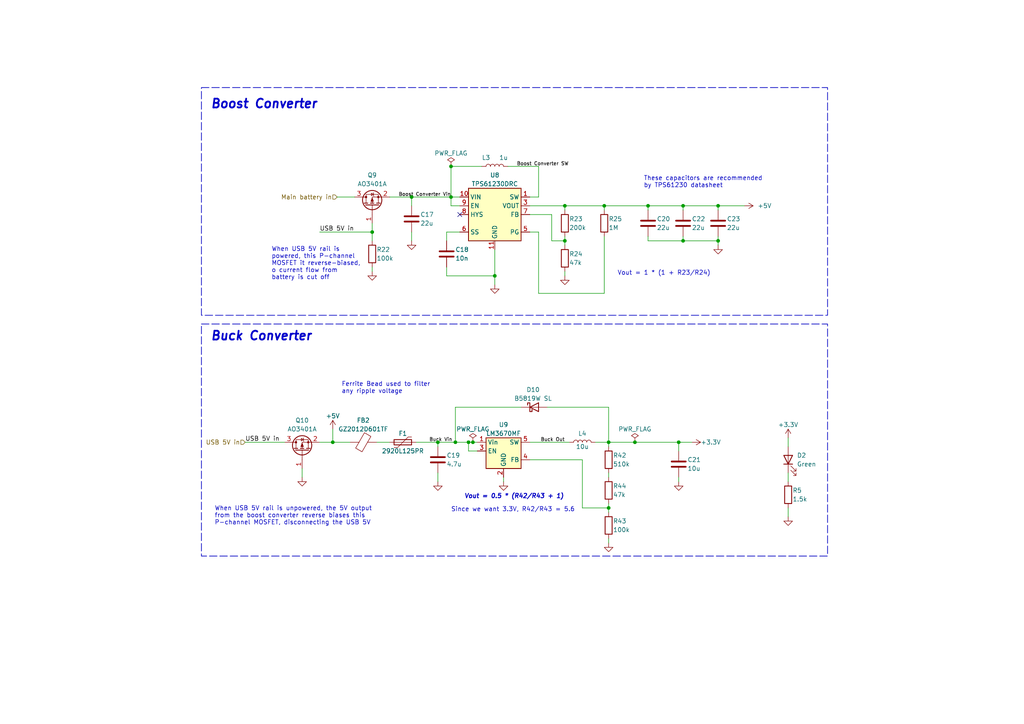
<source format=kicad_sch>
(kicad_sch (version 20230121) (generator eeschema)
  (paper "A4")
  (title_block (title "Power Supply") (date "2023-09-29") (rev "1.1"))
  (lib_symbols
    (symbol "Device:C" (pin_numbers hide) (pin_names (offset 0.254))
      (property "Reference" "C" (at 0.635 2.54 0))
      (property "Value" "C" (at 0.635 -2.54 0))
      (symbol "C_0_1"
        (polyline (pts (xy -2.032 -0.762) (xy 2.032 -0.762)) (stroke (width 0.508)))
        (polyline (pts (xy -2.032 0.762) (xy 2.032 0.762)) (stroke (width 0.508)))
      )
      (symbol "C_1_1"
        (pin passive line (at 0 3.81 270) (length 2.794) (name "~") (number "1"))
        (pin passive line (at 0 -3.81 90) (length 2.794) (name "~") (number "2"))
      )
    )
    (symbol "Device:D_Schottky" (pin_numbers hide) (pin_names (offset 1.016) hide)
      (property "Reference" "D" (at 0 2.54 0))
      (property "Value" "D_Schottky" (at 0 -2.54 0))
      (symbol "D_Schottky_0_1"
        (polyline (pts (xy 1.27 0) (xy -1.27 0)))
        (polyline (pts (xy 1.27 1.27) (xy 1.27 -1.27) (xy -1.27 0) (xy 1.27 1.27)) (stroke (width 0.254)))
        (polyline (pts (xy -1.905 0.635) (xy -1.905 1.27) (xy -1.27 1.27) (xy -1.27 -1.27) (xy -0.635 -1.27) (xy -0.635 -0.635)) (stroke (width 0.254)))
      )
      (symbol "D_Schottky_1_1"
        (pin passive line (at -3.81 0 0) (length 2.54) (name "K") (number "1"))
        (pin passive line (at 3.81 0 180) (length 2.54) (name "A") (number "2"))
      )
    )
    (symbol "Device:FerriteBead" (pin_numbers hide) (pin_names (offset 0))
      (property "Reference" "FB" (at -3.81 0.635 90))
      (property "Value" "FerriteBead" (at 3.81 0 90))
      (symbol "FerriteBead_0_1"
        (polyline (pts (xy 0 -1.27) (xy 0 -1.2192)))
        (polyline (pts (xy 0 1.27) (xy 0 1.2954)))
        (polyline (pts (xy -2.7686 0.4064) (xy -1.7018 2.2606) (xy 2.7686 -0.3048) (xy 1.6764 -2.159) (xy -2.7686 0.4064)))
      )
      (symbol "FerriteBead_1_1"
        (pin passive line (at 0 3.81 270) (length 2.54) (name "~") (number "1"))
        (pin passive line (at 0 -3.81 90) (length 2.54) (name "~") (number "2"))
      )
    )
    (symbol "Device:L" (pin_numbers hide) (pin_names (offset 1.016) hide)
      (property "Reference" "L" (at -1.27 0 90))
      (property "Value" "L" (at 1.905 0 90))
      (symbol "L_0_1"
        (arc (start 0 -2.54) (mid 0.6323 -1.905) (end 0 -1.27))
        (arc (start 0 -1.27) (mid 0.6323 -0.635) (end 0 0))
        (arc (start 0 0) (mid 0.6323 0.635) (end 0 1.27))
        (arc (start 0 1.27) (mid 0.6323 1.905) (end 0 2.54))
      )
      (symbol "L_1_1"
        (pin passive line (at 0 3.81 270) (length 1.27) (name "1") (number "1"))
        (pin passive line (at 0 -3.81 90) (length 1.27) (name "2") (number "2"))
      )
    )
    (symbol "Device:LED" (pin_numbers hide) (pin_names (offset 1.016) hide)
      (property "Reference" "D" (at 0 2.54 0))
      (property "Value" "LED" (at 0 -2.54 0))
      (symbol "LED_0_1"
        (polyline (pts (xy -1.27 -1.27) (xy -1.27 1.27)) (stroke (width 0.254)))
        (polyline (pts (xy -1.27 0) (xy 1.27 0)))
        (polyline (pts (xy 1.27 -1.27) (xy 1.27 1.27) (xy -1.27 0) (xy 1.27 -1.27)) (stroke (width 0.254)))
        (polyline (pts (xy -3.048 -0.762) (xy -4.572 -2.286) (xy -3.81 -2.286) (xy -4.572 -2.286) (xy -4.572 -1.524)))
        (polyline (pts (xy -1.778 -0.762) (xy -3.302 -2.286) (xy -2.54 -2.286) (xy -3.302 -2.286) (xy -3.302 -1.524)))
      )
      (symbol "LED_1_1"
        (pin passive line (at -3.81 0 0) (length 2.54) (name "K") (number "1"))
        (pin passive line (at 3.81 0 180) (length 2.54) (name "A") (number "2"))
      )
    )
    (symbol "Device:Polyfuse" (pin_numbers hide) (pin_names (offset 0))
      (property "Reference" "F" (at -2.54 0 90))
      (property "Value" "Polyfuse" (at 2.54 0 90))
      (symbol "Polyfuse_0_1"
        (rectangle (start -0.762 2.54) (end 0.762 -2.54) (stroke (width 0.254)))
        (polyline (pts (xy 0 2.54) (xy 0 -2.54)))
        (polyline (pts (xy -1.524 2.54) (xy -1.524 1.524) (xy 1.524 -1.524) (xy 1.524 -2.54)))
      )
      (symbol "Polyfuse_1_1"
        (pin passive line (at 0 3.81 270) (length 1.27) (name "~") (number "1"))
        (pin passive line (at 0 -3.81 90) (length 1.27) (name "~") (number "2"))
      )
    )
    (symbol "Device:R" (pin_numbers hide) (pin_names (offset 0))
      (property "Reference" "R" (at 2.032 0 90))
      (property "Value" "R" (at 0 0 90))
      (symbol "R_0_1"
        (rectangle (start -1.016 -2.54) (end 1.016 2.54) (stroke (width 0.254)))
      )
      (symbol "R_1_1"
        (pin passive line (at 0 3.81 270) (length 1.27) (name "~") (number "1"))
        (pin passive line (at 0 -3.81 90) (length 1.27) (name "~") (number "2"))
      )
    )
    (symbol "Regulator_Switching:LM3670MF"
      (property "Reference" "U" (at -5.08 5.08 0))
      (property "Value" "LM3670MF" (at 0 5.08 0))
      (symbol "LM3670MF_0_1"
        (rectangle (start -5.08 3.81) (end 5.08 -5.08) (stroke (width 0.254)) (fill (type background)))
      )
      (symbol "LM3670MF_1_1"
        (pin power_in line (at -7.62 2.54 0) (length 2.54) (name "Vin") (number "1"))
        (pin power_in line (at 0 -7.62 90) (length 2.54) (name "GND") (number "2"))
        (pin input line (at -7.62 0 0) (length 2.54) (name "EN") (number "3"))
        (pin input line (at 7.62 -2.54 180) (length 2.54) (name "FB") (number "4"))
        (pin input line (at 7.62 2.54 180) (length 2.54) (name "SW") (number "5"))
      )
    )
    (symbol "Regulator_Switching:TPS61230DRC"
      (property "Reference" "U" (at -7.62 11.43 0))
      (property "Value" "TPS61230DRC" (at -7.62 8.89 0))
      (symbol "TPS61230DRC_0_1"
        (rectangle (start -7.62 7.62) (end 7.62 -7.62) (stroke (width 0.254)) (fill (type background)))
      )
      (symbol "TPS61230DRC_1_1"
        (pin power_out line (at 10.16 5.08 180) (length 2.54) (name "SW") (number "1"))
        (pin power_in line (at -10.16 5.08 0) (length 2.54) (name "VIN") (number "10"))
        (pin power_in line (at 0 -10.16 90) (length 2.54) (name "GND") (number "11"))
        (pin passive line (at 10.16 5.08 180) (length 2.54) hide (name "SW") (number "2"))
        (pin power_out line (at 10.16 2.54 180) (length 2.54) (name "VOUT") (number "3"))
        (pin passive line (at 10.16 2.54 180) (length 2.54) hide (name "VOUT") (number "4"))
        (pin output line (at 10.16 -5.08 180) (length 2.54) (name "PG") (number "5"))
        (pin input line (at -10.16 -5.08 0) (length 2.54) (name "SS") (number "6"))
        (pin input line (at 10.16 0 180) (length 2.54) (name "FB") (number "7"))
        (pin output line (at -10.16 0 0) (length 2.54) (name "HYS") (number "8"))
        (pin input line (at -10.16 2.54 0) (length 2.54) (name "EN") (number "9"))
      )
    )
    (symbol "Transistor_FET:AO3401A" (pin_names hide)
      (property "Reference" "Q" (at 5.08 1.905 0))
      (property "Value" "AO3401A" (at 5.08 0 0))
      (symbol "AO3401A_0_1"
        (polyline (pts (xy 0.254 0) (xy -2.54 0)))
        (polyline (pts (xy 0.254 1.905) (xy 0.254 -1.905)) (stroke (width 0.254)))
        (polyline (pts (xy 0.762 -1.27) (xy 0.762 -2.286)) (stroke (width 0.254)))
        (polyline (pts (xy 0.762 0.508) (xy 0.762 -0.508)) (stroke (width 0.254)))
        (polyline (pts (xy 0.762 2.286) (xy 0.762 1.27)) (stroke (width 0.254)))
        (polyline (pts (xy 2.54 2.54) (xy 2.54 1.778)))
        (polyline (pts (xy 2.54 -2.54) (xy 2.54 0) (xy 0.762 0)))
        (polyline (pts (xy 0.762 1.778) (xy 3.302 1.778) (xy 3.302 -1.778) (xy 0.762 -1.778)))
        (polyline (pts (xy 2.286 0) (xy 1.27 0.381) (xy 1.27 -0.381) (xy 2.286 0)) (fill (type outline)))
        (polyline (pts (xy 2.794 -0.508) (xy 2.921 -0.381) (xy 3.683 -0.381) (xy 3.81 -0.254)))
        (polyline (pts (xy 3.302 -0.381) (xy 2.921 0.254) (xy 3.683 0.254) (xy 3.302 -0.381)))
        (circle (center 1.651 0) (radius 2.794) (stroke (width 0.254)))
        (circle (center 2.54 -1.778) (radius 0.254) (fill (type outline)))
        (circle (center 2.54 1.778) (radius 0.254) (fill (type outline)))
      )
      (symbol "AO3401A_1_1"
        (pin input line (at -5.08 0 0) (length 2.54) (name "G") (number "1"))
        (pin passive line (at 2.54 -5.08 90) (length 2.54) (name "S") (number "2"))
        (pin passive line (at 2.54 5.08 270) (length 2.54) (name "D") (number "3"))
      )
    )
    (symbol "power:+3.3V" (power) (pin_names (offset 0))
      (property "Value" "+3.3V" (at 0 3.556 0))
      (symbol "+3.3V_0_1"
        (polyline (pts (xy -0.762 1.27) (xy 0 2.54)))
        (polyline (pts (xy 0 0) (xy 0 2.54)))
        (polyline (pts (xy 0 2.54) (xy 0.762 1.27)))
      )
      (symbol "+3.3V_1_1"
        (pin power_in line (at 0 0 90) (length 0) hide (name "+3.3V") (number "1"))
      )
    )
    (symbol "power:+5V" (power) (pin_names (offset 0))
      (property "Value" "+5V" (at 0 3.556 0))
      (symbol "+5V_0_1"
        (polyline (pts (xy -0.762 1.27) (xy 0 2.54)))
        (polyline (pts (xy 0 0) (xy 0 2.54)))
        (polyline (pts (xy 0 2.54) (xy 0.762 1.27)))
      )
      (symbol "+5V_1_1"
        (pin power_in line (at 0 0 90) (length 0) hide (name "+5V") (number "1"))
      )
    )
    (symbol "power:GND" (power) (pin_names (offset 0))
      (property "Value" "GND" (at 0 -3.81 0))
      (symbol "GND_0_1"
        (polyline (pts (xy 0 0) (xy 0 -1.27) (xy 1.27 -1.27) (xy 0 -2.54) (xy -1.27 -1.27) (xy 0 -1.27)))
      )
      (symbol "GND_1_1"
        (pin power_in line (at 0 0 270) (length 0) hide (name "GND") (number "1"))
      )
    )
    (symbol "power:PWR_FLAG" (power) (pin_numbers hide) (pin_names (offset 0) hide)
      (property "Value" "PWR_FLAG" (at 0 3.81 0))
      (symbol "PWR_FLAG_0_0"
        (pin power_out line (at 0 0 90) (length 0) (name "pwr") (number "1"))
      )
      (symbol "PWR_FLAG_0_1"
        (polyline (pts (xy 0 0) (xy 0 1.27) (xy -1.016 1.905) (xy 0 2.54) (xy 1.016 1.905) (xy 0 1.27)))
      )
    )
  )
  (junction (at 135.89 128.27))
  (junction (at 107.95 67.31))
  (junction (at 137.16 128.27))
  (junction (at 132.08 128.27))
  (junction (at 184.15 128.27))
  (junction (at 176.53 147.32))
  (junction (at 163.83 69.85))
  (junction (at 130.81 48.26))
  (junction (at 196.85 128.27))
  (junction (at 175.26 59.69))
  (junction (at 119.38 57.15))
  (junction (at 127 128.27))
  (junction (at 130.81 57.15))
  (junction (at 143.51 80.01))
  (junction (at 176.53 128.27))
  (junction (at 187.96 59.69))
  (junction (at 208.28 69.85))
  (junction (at 208.28 59.69))
  (junction (at 163.83 59.69))
  (junction (at 198.12 59.69))
  (junction (at 198.12 69.85))
  (junction (at 96.52 128.27))
  (no_connect (at 133.35 62.23))
  (wire (pts (xy 163.83 68.58) (xy 163.83 69.85)))
  (wire (pts (xy 130.81 57.15) (xy 133.35 57.15)))
  (wire (pts (xy 160.02 62.23) (xy 160.02 69.85)))
  (wire (pts (xy 146.05 138.43) (xy 146.05 139.7)))
  (wire (pts (xy 87.63 135.89) (xy 87.63 138.43)))
  (wire (pts (xy 132.08 118.11) (xy 151.13 118.11)))
  (wire (pts (xy 176.53 138.43) (xy 176.53 137.16)))
  (wire (pts (xy 163.83 80.01) (xy 163.83 78.74)))
  (wire (pts (xy 92.71 128.27) (xy 96.52 128.27)))
  (wire (pts (xy 228.6 147.32) (xy 228.6 149.86)))
  (wire (pts (xy 143.51 80.01) (xy 143.51 82.55)))
  (wire (pts (xy 129.54 67.31) (xy 129.54 69.85)))
  (wire (pts (xy 107.95 64.77) (xy 107.95 67.31)))
  (wire (pts (xy 119.38 57.15) (xy 130.81 57.15)))
  (wire (pts (xy 228.6 137.16) (xy 228.6 139.7)))
  (wire (pts (xy 132.08 128.27) (xy 132.08 118.11)))
  (wire (pts (xy 107.95 77.47) (xy 107.95 78.74)))
  (wire (pts (xy 133.35 67.31) (xy 129.54 67.31)))
  (wire (pts (xy 163.83 60.96) (xy 163.83 59.69)))
  (wire (pts (xy 153.67 59.69) (xy 163.83 59.69)))
  (wire (pts (xy 153.67 62.23) (xy 160.02 62.23)))
  (wire (pts (xy 138.43 130.81) (xy 135.89 130.81)))
  (wire (pts (xy 119.38 57.15) (xy 119.38 59.69)))
  (wire (pts (xy 153.67 128.27) (xy 165.1 128.27)))
  (wire (pts (xy 208.28 59.69) (xy 208.28 60.96)))
  (wire (pts (xy 127 128.27) (xy 132.08 128.27)))
  (wire (pts (xy 147.32 48.26) (xy 156.21 48.26)))
  (wire (pts (xy 135.89 130.81) (xy 135.89 128.27)))
  (wire (pts (xy 176.53 147.32) (xy 176.53 146.05)))
  (wire (pts (xy 196.85 128.27) (xy 196.85 130.81)))
  (wire (pts (xy 92.71 67.31) (xy 107.95 67.31)))
  (wire (pts (xy 143.51 72.39) (xy 143.51 80.01)))
  (wire (pts (xy 153.67 57.15) (xy 156.21 57.15)))
  (wire (pts (xy 176.53 128.27) (xy 176.53 118.11)))
  (wire (pts (xy 176.53 157.48) (xy 176.53 156.21)))
  (wire (pts (xy 133.35 59.69) (xy 130.81 59.69)))
  (wire (pts (xy 160.02 69.85) (xy 163.83 69.85)))
  (wire (pts (xy 198.12 59.69) (xy 198.12 60.96)))
  (wire (pts (xy 96.52 128.27) (xy 101.6 128.27)))
  (wire (pts (xy 107.95 67.31) (xy 107.95 69.85)))
  (wire (pts (xy 120.65 128.27) (xy 127 128.27)))
  (wire (pts (xy 176.53 118.11) (xy 158.75 118.11)))
  (wire (pts (xy 176.53 128.27) (xy 184.15 128.27)))
  (wire (pts (xy 132.08 128.27) (xy 135.89 128.27)))
  (wire (pts (xy 175.26 68.58) (xy 175.26 85.09)))
  (wire (pts (xy 137.16 128.27) (xy 138.43 128.27)))
  (wire (pts (xy 198.12 68.58) (xy 198.12 69.85)))
  (wire (pts (xy 198.12 69.85) (xy 208.28 69.85)))
  (wire (pts (xy 168.91 133.35) (xy 168.91 147.32)))
  (wire (pts (xy 163.83 59.69) (xy 175.26 59.69)))
  (wire (pts (xy 129.54 80.01) (xy 143.51 80.01)))
  (wire (pts (xy 208.28 69.85) (xy 208.28 71.12)))
  (wire (pts (xy 127 137.16) (xy 127 139.7)))
  (wire (pts (xy 119.38 67.31) (xy 119.38 69.85)))
  (wire (pts (xy 175.26 59.69) (xy 187.96 59.69)))
  (wire (pts (xy 228.6 127) (xy 228.6 129.54)))
  (wire (pts (xy 175.26 59.69) (xy 175.26 60.96)))
  (wire (pts (xy 184.15 128.27) (xy 196.85 128.27)))
  (wire (pts (xy 176.53 148.59) (xy 176.53 147.32)))
  (wire (pts (xy 172.72 128.27) (xy 176.53 128.27)))
  (wire (pts (xy 96.52 124.46) (xy 96.52 128.27)))
  (wire (pts (xy 97.79 57.15) (xy 102.87 57.15)))
  (wire (pts (xy 139.7 48.26) (xy 130.81 48.26)))
  (wire (pts (xy 168.91 147.32) (xy 176.53 147.32)))
  (wire (pts (xy 130.81 59.69) (xy 130.81 57.15)))
  (wire (pts (xy 113.03 57.15) (xy 119.38 57.15)))
  (wire (pts (xy 187.96 69.85) (xy 198.12 69.85)))
  (wire (pts (xy 129.54 77.47) (xy 129.54 80.01)))
  (wire (pts (xy 153.67 133.35) (xy 168.91 133.35)))
  (wire (pts (xy 196.85 128.27) (xy 200.66 128.27)))
  (wire (pts (xy 130.81 48.26) (xy 130.81 57.15)))
  (wire (pts (xy 127 128.27) (xy 127 129.54)))
  (wire (pts (xy 135.89 128.27) (xy 137.16 128.27)))
  (wire (pts (xy 109.22 128.27) (xy 113.03 128.27)))
  (wire (pts (xy 156.21 48.26) (xy 156.21 57.15)))
  (wire (pts (xy 187.96 59.69) (xy 187.96 60.96)))
  (wire (pts (xy 187.96 59.69) (xy 198.12 59.69)))
  (wire (pts (xy 71.12 128.27) (xy 82.55 128.27)))
  (wire (pts (xy 187.96 68.58) (xy 187.96 69.85)))
  (wire (pts (xy 208.28 59.69) (xy 198.12 59.69)))
  (wire (pts (xy 196.85 138.43) (xy 196.85 139.7)))
  (wire (pts (xy 156.21 67.31) (xy 156.21 85.09)))
  (wire (pts (xy 176.53 129.54) (xy 176.53 128.27)))
  (wire (pts (xy 175.26 85.09) (xy 156.21 85.09)))
  (wire (pts (xy 163.83 71.12) (xy 163.83 69.85)))
  (wire (pts (xy 208.28 69.85) (xy 208.28 68.58)))
  (wire (pts (xy 208.28 59.69) (xy 215.9 59.69)))
  (wire (pts (xy 156.21 67.31) (xy 153.67 67.31)))
  (rectangle (start 58.42 25.4) (end 240.03 91.44) (stroke (width 0.2) (type dash)))
  (rectangle (start 58.42 93.98) (end 240.03 161.29) (stroke (width 0.2) (type dash)))
  (text "Since we want 3.3V, R42/R43 = 5.6\n" (at 130.81 148.59 0) (effects (font (size 1.27 1.27)) (justify left bottom)))
  (text "Ferrite Bead used to filter\nany ripple voltage" (at 99.06 114.3 0) (effects (font (size 1.27 1.27)) (justify left bottom)))
  (text "When USB 5V rail is unpowered, the 5V output \nfrom the boost converter reverse biases this\nP-channel MOSFET, disconnecting the USB 5V" (at 62.23 152.4 0) (effects (font (size 1.27 1.27)) (justify left bottom)))
  (text "Vout = 0.5 * (R42/R43 + 1)" (at 134.62 144.78 0) (effects (font (size 1.27 1.27) (thickness 0.254) bold italic) (justify left bottom)))
  (text "Vout = 1 * (1 + R23/R24)" (at 179.07 80.01 0) (effects (font (size 1.27 1.27)) (justify left bottom)))
  (text "These capacitors are recommended\nby TPS61230 datasheet" (at 186.69 54.61 0) (effects (font (size 1.27 1.27)) (justify left bottom)))
  (text "Buck Converter" (at 60.96 99.06 0) (effects (font (size 2.54 2.54) (thickness 0.508) bold italic) (justify left bottom)))
  (text "When USB 5V rail is\npowered, this P-channel\nMOSFET it reverse-biased,\no current flow from\nbattery is cut off" (at 78.74 81.28 0) (effects (font (size 1.27 1.27)) (justify left bottom)))
  (text "Boost Converter" (at 60.96 31.75 0) (effects (font (size 2.54 2.54) (thickness 0.508) bold italic) (justify left bottom)))
  (label "USB 5V in" (at 71.12 128.27 0))
  (label "Buck Out" (at 163.83 128.27 180) (effects (font (size 1 1))))
  (label "Boost Converter SW" (at 149.86 48.26 0) (effects (font (size 1 1))))
  (label "Boost Converter Vin" (at 115.57 57.15 0) (effects (font (size 1 1))))
  (label "USB 5V in" (at 92.71 67.31 0))
  (label "Buck Vin" (at 124.46 128.27 0) (effects (font (size 1 1))))
  (hierarchical_label "USB 5V in" (shape input) (at 71.12 128.27 180))
  (hierarchical_label "Main battery in" (shape input) (at 97.79 57.15 180))
  (symbol (lib_id "Device:R") (at 228.6 143.51 0) (unit 1)
    (property "Reference" "R5" (at 229.87 142.24 0) (effects (justify left)))
    (property "Value" "1.5k" (at 229.87 144.78 0) (effects (justify left)))
    (property "Footprint" "Resistor_SMD:R_0402_1005Metric" (effects hide))
    (instances (project "Flight Computer" (path "" (reference "R5") (unit 1)) (path "" (reference "R24") (unit 1))))
  )
  (symbol (lib_id "Transistor_FET:AO3401A") (at 107.95 59.69 90) (unit 1)
    (property "Reference" "Q9" (at 107.95 50.8 90))
    (property "Value" "AO3401A" (at 107.95 53.34 90))
    (property "Footprint" "Package_TO_SOT_SMD:SOT-23" (effects hide))
    (property "Datasheet" "http://www.aosmd.com/pdfs/datasheet/AO3401A.pdf" (effects hide))
  )
  (symbol (lib_id "power:GND") (at 228.6 149.86 0) (unit 1)
    (property "Reference" "#PWR077" (effects hide))
    (property "Value" "GND" (effects hide))
    (instances (project "Flight Computer" (path "" (reference "#PWR077") (unit 1)) (path "" (reference "#PWR087") (unit 1))))
  )
  (symbol (lib_id "power:GND") (at 143.51 82.55 0) (unit 1)
    (property "Reference" "#PWR066" (effects hide))
    (property "Value" "GND" (effects hide))
    (instances (project "Flight Computer" (path "" (reference "#PWR066") (unit 1)) (path "" (reference "#PWR067") (unit 1))))
  )
  (symbol (lib_id "Device:FerriteBead") (at 105.41 128.27 90) (unit 1)
    (property "Reference" "FB2" (at 105.3592 121.92 90))
    (property "Value" "GZ2012D601TF" (at 105.3592 124.46 90))
    (property "Footprint" "Inductor_SMD:L_0805_2012Metric" (effects hide))
  )
  (symbol (lib_id "power:+3.3V") (at 228.6 127 0) (unit 1)
    (property "Reference" "#PWR076" (effects hide))
    (property "Value" "+3.3V" (at 228.6 123.19 0))
    (instances (project "Flight Computer" (path "" (reference "#PWR076") (unit 1)) (path "" (reference "#PWR077") (unit 1))))
  )
  (symbol (lib_id "Device:R") (at 176.53 152.4 0) (unit 1)
    (property "Reference" "R43" (at 177.8 151.13 0) (effects (justify left)))
    (property "Value" "100k" (at 177.8 153.67 0) (effects (justify left)))
    (property "Footprint" "Resistor_SMD:R_0402_1005Metric" (effects hide))
  )
  (symbol (lib_id "Device:R") (at 175.26 64.77 0) (unit 1)
    (property "Reference" "R25" (at 176.53 63.5 0) (effects (justify left)))
    (property "Value" "1M" (at 176.53 66.04 0) (effects (justify left)))
    (property "Footprint" "Resistor_SMD:R_0402_1005Metric" (effects hide))
    (instances (project "Flight Computer" (path "" (reference "R25") (unit 1)) (path "" (reference "R23") (unit 1))))
  )
  (symbol (lib_id "Regulator_Switching:LM3670MF") (at 146.05 130.81 0) (unit 1)
    (property "Reference" "U9" (at 146.05 123.19 0))
    (property "Value" "LM3670MF" (at 146.05 125.73 0))
    (property "Footprint" "Package_TO_SOT_SMD:TSOT-23-5" (effects hide))
    (property "Datasheet" "http://www.ti.com/lit/ds/symlink/lm3670.pdf" (effects hide))
  )
  (symbol (lib_id "Device:C") (at 129.54 73.66 0) (unit 1)
    (property "Reference" "C18" (at 132.08 72.39 0) (effects (justify left)))
    (property "Value" "10n" (at 132.08 74.93 0) (effects (justify left)))
    (property "Footprint" "Capacitor_SMD:C_0402_1005Metric" (effects hide))
  )
  (symbol (lib_id "Device:D_Schottky") (at 154.94 118.11 0) (unit 1)
    (property "Reference" "D10" (at 154.6225 113.03 0))
    (property "Value" "B5819W SL" (at 154.6225 115.57 0))
    (property "Footprint" "Diode_SMD:D_SOD-123" (effects hide))
    (instances (project "Flight Computer" (path "" (reference "D10") (unit 1)) (path "" (reference "D15") (unit 1))))
  )
  (symbol (lib_id "power:GND") (at 87.63 138.43 0) (unit 1)
    (property "Reference" "#PWR065" (effects hide))
    (property "Value" "GND" (effects hide))
    (instances (project "Flight Computer" (path "" (reference "#PWR065") (unit 1)) (path "" (reference "#PWR061") (unit 1))))
  )
  (symbol (lib_id "Device:R") (at 176.53 133.35 0) (unit 1)
    (property "Reference" "R42" (at 177.8 132.08 0) (effects (justify left)))
    (property "Value" "510k" (at 177.8 134.62 0) (effects (justify left)))
    (property "Footprint" "Resistor_SMD:R_0603_1608Metric" (effects hide))
  )
  (symbol (lib_id "power:PWR_FLAG") (at 137.16 128.27 0) (unit 1)
    (property "Reference" "#FLG02" (effects hide))
    (property "Value" "PWR_FLAG" (at 137.16 124.46 0))
    (instances (project "Flight Computer" (path "" (reference "#FLG02") (unit 1)) (path "" (reference "#FLG07") (unit 1)) (path "" (reference "#FLG03") (unit 1))))
  )
  (symbol (lib_id "Device:Polyfuse") (at 116.84 128.27 90) (unit 1)
    (property "Reference" "F1" (at 116.84 125.73 90))
    (property "Value" "2920L125PR" (at 116.84 130.81 90))
    (property "Footprint" "Fuse:Fuse_0805_2012Metric" (effects hide))
  )
  (symbol (lib_id "power:GND") (at 107.95 78.74 0) (unit 1)
    (property "Reference" "#PWR063" (effects hide))
    (property "Value" "GND" (effects hide))
  )
  (symbol (lib_id "Device:R") (at 163.83 74.93 0) (unit 1)
    (property "Reference" "R24" (at 165.1 73.66 0) (effects (justify left)))
    (property "Value" "47k" (at 165.1 76.2 0) (effects (justify left)))
    (property "Footprint" "Resistor_SMD:R_0402_1005Metric" (effects hide))
    (instances (project "Flight Computer" (path "" (reference "R24") (unit 1)) (path "" (reference "R22") (unit 1))))
  )
  (symbol (lib_id "power:GND") (at 163.83 80.01 0) (unit 1)
    (property "Reference" "#PWR068" (effects hide))
    (property "Value" "GND" (effects hide))
    (instances (project "Flight Computer" (path "" (reference "#PWR068") (unit 1)) (path "" (reference "#PWR069") (unit 1))))
  )
  (symbol (lib_id "power:GND") (at 146.05 139.7 0) (unit 1)
    (property "Reference" "#PWR069" (effects hide))
    (property "Value" "GND" (effects hide))
    (instances (project "Flight Computer" (path "" (reference "#PWR069") (unit 1)) (path "" (reference "#PWR068") (unit 1))))
  )
  (symbol (lib_id "power:GND") (at 208.28 71.12 0) (unit 1)
    (property "Reference" "#PWR072" (effects hide))
    (property "Value" "GND" (effects hide))
  )
  (symbol (lib_id "Device:R") (at 107.95 73.66 0) (unit 1)
    (property "Reference" "R22" (at 109.22 72.39 0) (effects (justify left)))
    (property "Value" "100k" (at 109.22 74.93 0) (effects (justify left)))
    (property "Footprint" "Resistor_SMD:R_0402_1005Metric" (effects hide))
    (instances (project "Flight Computer" (path "" (reference "R22") (unit 1)) (path "" (reference "R1") (unit 1))))
  )
  (symbol (lib_id "power:PWR_FLAG") (at 130.81 48.26 0) (unit 1)
    (property "Reference" "#FLG02" (effects hide))
    (property "Value" "PWR_FLAG" (at 130.81 44.45 0))
    (instances (project "Flight Computer" (path "" (reference "#FLG02") (unit 1)) (path "" (reference "#FLG06") (unit 1)) (path "" (reference "#FLG01") (unit 1))))
  )
  (symbol (lib_id "Device:C") (at 119.38 63.5 0) (unit 1)
    (property "Reference" "C17" (at 121.92 62.23 0) (effects (justify left)))
    (property "Value" "22u" (at 121.92 64.77 0) (effects (justify left)))
    (property "Footprint" "Capacitor_SMD:C_0805_2012Metric" (effects hide))
  )
  (symbol (lib_id "power:GND") (at 176.53 157.48 0) (unit 1)
    (property "Reference" "#PWR0111" (effects hide))
    (property "Value" "GND" (effects hide))
  )
  (symbol (lib_id "Transistor_FET:AO3401A") (at 87.63 130.81 90) (unit 1)
    (property "Reference" "Q10" (at 87.63 121.92 90))
    (property "Value" "AO3401A" (at 87.63 124.46 90))
    (property "Footprint" "Package_TO_SOT_SMD:SOT-23" (effects hide))
    (property "Datasheet" "http://www.aosmd.com/pdfs/datasheet/AO3401A.pdf" (effects hide))
    (instances (project "Flight Computer" (path "" (reference "Q10") (unit 1)) (path "" (reference "Q4") (unit 1))))
  )
  (symbol (lib_id "Device:C") (at 127 133.35 0) (unit 1)
    (property "Reference" "C19" (at 129.54 132.08 0) (effects (justify left)))
    (property "Value" "4.7u" (at 129.54 134.62 0) (effects (justify left)))
    (property "Footprint" "Capacitor_SMD:C_0603_1608Metric" (effects hide))
  )
  (symbol (lib_id "Device:C") (at 208.28 64.77 0) (unit 1)
    (property "Reference" "C23" (at 210.82 63.5 0) (effects (justify left)))
    (property "Value" "22u" (at 210.82 66.04 0) (effects (justify left)))
    (property "Footprint" "Capacitor_SMD:C_0805_2012Metric" (effects hide))
  )
  (symbol (lib_id "Device:C") (at 196.85 134.62 0) (unit 1)
    (property "Reference" "C21" (at 199.39 133.35 0) (effects (justify left)))
    (property "Value" "10u" (at 199.39 135.89 0) (effects (justify left)))
    (property "Footprint" "Capacitor_SMD:C_0805_2012Metric" (effects hide))
    (instances (project "Flight Computer" (path "" (reference "C21") (unit 1)) (path "" (reference "C20") (unit 1))))
  )
  (symbol (lib_id "Device:L") (at 168.91 128.27 90) (unit 1)
    (property "Reference" "L4" (at 168.91 125.73 90))
    (property "Value" "10u" (at 168.91 129.54 90))
    (property "Footprint" "Inductor_SMD:L_Sunlord_SWPA4030S" (effects hide))
    (instances (project "Flight Computer" (path "" (reference "L4") (unit 1)) (path "" (reference "L2") (unit 1))))
  )
  (symbol (lib_id "power:GND") (at 196.85 139.7 0) (unit 1)
    (property "Reference" "#PWR070" (effects hide))
    (property "Value" "GND" (effects hide))
  )
  (symbol (lib_id "power:+5V") (at 215.9 59.69 270) (unit 1)
    (property "Reference" "#PWR088" (effects hide))
    (property "Value" "+5V" (at 219.71 59.69 90) (effects (justify left)))
    (instances (project "Flight Computer" (path "" (reference "#PWR088") (unit 1)) (path "" (reference "#PWR076") (unit 1))))
  )
  (symbol (lib_id "power:GND") (at 127 139.7 0) (unit 1)
    (property "Reference" "#PWR067" (effects hide))
    (property "Value" "GND" (effects hide))
    (instances (project "Flight Computer" (path "" (reference "#PWR067") (unit 1)) (path "" (reference "#PWR066") (unit 1))))
  )
  (symbol (lib_id "power:PWR_FLAG") (at 184.15 128.27 0) (unit 1)
    (property "Reference" "#FLG02" (effects hide))
    (property "Value" "PWR_FLAG" (at 184.15 124.46 0))
    (instances (project "Flight Computer" (path "" (reference "#FLG02") (unit 1)) (path "" (reference "#FLG03") (unit 1)) (path "" (reference "#FLG04") (unit 1))))
  )
  (symbol (lib_id "Device:R") (at 163.83 64.77 0) (unit 1)
    (property "Reference" "R23" (at 165.1 63.5 0) (effects (justify left)))
    (property "Value" "200k" (at 165.1 66.04 0) (effects (justify left)))
    (property "Footprint" "Resistor_SMD:R_0402_1005Metric" (effects hide))
    (instances (project "Flight Computer" (path "" (reference "R23") (unit 1)) (path "" (reference "R5") (unit 1))))
  )
  (symbol (lib_id "power:+3.3V") (at 200.66 128.27 270) (unit 1)
    (property "Reference" "#PWR071" (effects hide))
    (property "Value" "+3.3V" (at 203.2 128.27 90) (effects (justify left)))
  )
  (symbol (lib_id "power:GND") (at 119.38 69.85 0) (unit 1)
    (property "Reference" "#PWR064" (effects hide))
    (property "Value" "GND" (effects hide))
    (instances (project "Flight Computer" (path "" (reference "#PWR064") (unit 1)) (path "" (reference "#PWR065") (unit 1))))
  )
  (symbol (lib_id "Device:LED") (at 228.6 133.35 90) (unit 1)
    (property "Reference" "D2" (at 231.14 132.08 90) (effects (justify right)))
    (property "Value" "Green" (at 231.14 134.62 90) (effects (justify right)))
    (property "Footprint" "LED_SMD:LED_0603_1608Metric" (effects hide))
  )
  (symbol (lib_id "Device:R") (at 176.53 142.24 0) (unit 1)
    (property "Reference" "R44" (at 177.8 140.97 0) (effects (justify left)))
    (property "Value" "47k" (at 177.8 143.51 0) (effects (justify left)))
    (property "Footprint" "Resistor_SMD:R_0402_1005Metric" (effects hide))
  )
  (symbol (lib_id "Regulator_Switching:TPS61230DRC") (at 143.51 62.23 0) (unit 1)
    (property "Reference" "U8" (at 143.51 50.8 0))
    (property "Value" "TPS61230DRC" (at 143.51 53.34 0))
    (property "Footprint" "Package_SON:Texas_S-PVSON-N10_ThermalVias" (effects hide))
    (property "Datasheet" "http://www.ti.com/lit/ds/symlink/tps61232.pdf" (effects hide))
  )
  (symbol (lib_id "power:+5V") (at 96.52 124.46 0) (unit 1)
    (property "Reference" "#PWR087" (effects hide))
    (property "Value" "+5V" (at 96.52 120.65 0))
    (instances (project "Flight Computer" (path "" (reference "#PWR087") (unit 1)) (path "" (reference "#PWR064") (unit 1))))
  )
  (symbol (lib_id "Device:C") (at 187.96 64.77 0) (unit 1)
    (property "Reference" "C20" (at 190.5 63.5 0) (effects (justify left)))
    (property "Value" "22u" (at 190.5 66.04 0) (effects (justify left)))
    (property "Footprint" "Capacitor_SMD:C_0805_2012Metric" (effects hide))
    (instances (project "Flight Computer" (path "" (reference "C20") (unit 1)) (path "" (reference "C21") (unit 1))))
  )
  (symbol (lib_id "Device:C") (at 198.12 64.77 0) (unit 1)
    (property "Reference" "C22" (at 200.66 63.5 0) (effects (justify left)))
    (property "Value" "22u" (at 200.66 66.04 0) (effects (justify left)))
    (property "Footprint" "Capacitor_SMD:C_0805_2012Metric" (effects hide))
  )
  (symbol (lib_id "Device:L") (at 143.51 48.26 90) (unit 1)
    (property "Reference" "L3" (at 140.97 45.72 90))
    (property "Value" "1u" (at 146.05 45.72 90))
    (property "Footprint" "Inductor_SMD:L_Sunlord_SWPA4030S" (effects hide))
    (instances (project "Flight Computer" (path "" (reference "L3") (unit 1)) (path "" (reference "L1") (unit 1))))
  )
)
</source>
